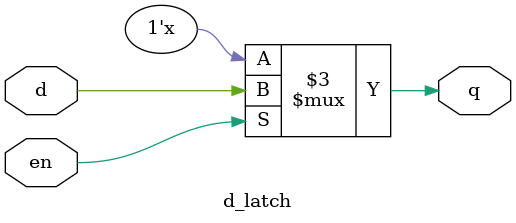
<source format=v>
module d_latch(
  input en,d,
  output reg q
);
  
  always@(*)
    begin
      if(en)
        q=d;
    end
endmodule

</source>
